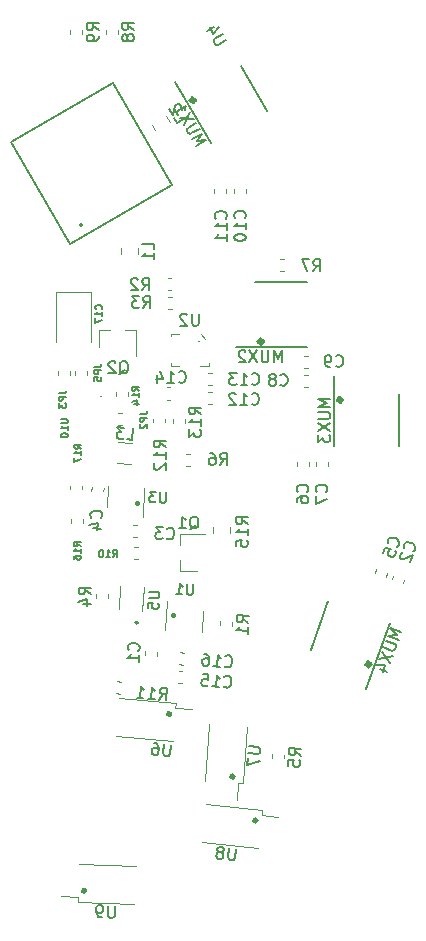
<source format=gbo>
G04 #@! TF.GenerationSoftware,KiCad,Pcbnew,(5.0.0)*
G04 #@! TF.CreationDate,2020-01-29T13:44:41+01:00*
G04 #@! TF.ProjectId,Insole_PCB,496E736F6C655F5043422E6B69636164,rev?*
G04 #@! TF.SameCoordinates,Original*
G04 #@! TF.FileFunction,Legend,Bot*
G04 #@! TF.FilePolarity,Positive*
%FSLAX46Y46*%
G04 Gerber Fmt 4.6, Leading zero omitted, Abs format (unit mm)*
G04 Created by KiCad (PCBNEW (5.0.0)) date 01/29/20 13:44:41*
%MOMM*%
%LPD*%
G01*
G04 APERTURE LIST*
%ADD10C,0.200000*%
%ADD11C,0.100000*%
%ADD12C,0.120000*%
%ADD13C,0.400000*%
%ADD14C,0.150000*%
%ADD15C,0.300000*%
G04 APERTURE END LIST*
D10*
G04 #@! TO.C,U2*
X196549453Y-166460707D02*
G75*
G03X196549453Y-166460707I0J0D01*
G01*
D11*
X194149453Y-165860707D02*
X194149453Y-166080707D01*
X194869453Y-165860707D02*
X194149453Y-165860707D01*
X194149453Y-168560707D02*
X194869453Y-168560707D01*
X194149453Y-168340707D02*
X194149453Y-168560707D01*
X197349453Y-168560707D02*
X197349453Y-168340707D01*
X197349453Y-168560707D02*
X196629453Y-168560707D01*
X197049453Y-166260707D02*
X196699453Y-165910707D01*
D12*
G04 #@! TO.C,C1*
X192969566Y-192783900D02*
X192946856Y-193108665D01*
X191952050Y-192712749D02*
X191929340Y-193037514D01*
G04 #@! TO.C,C2*
X213934370Y-186682175D02*
X213823023Y-186988099D01*
X212975883Y-186333315D02*
X212864536Y-186639239D01*
G04 #@! TO.C,C3*
X190930206Y-183031489D02*
X191255318Y-183048527D01*
X190983588Y-182012887D02*
X191308700Y-182029925D01*
G04 #@! TO.C,C4*
X188457566Y-178871900D02*
X188434856Y-179196665D01*
X187440050Y-178800749D02*
X187417340Y-179125514D01*
G04 #@! TO.C,C5*
X212484370Y-186132175D02*
X212373023Y-186438099D01*
X211525883Y-185783315D02*
X211414536Y-186089239D01*
G04 #@! TO.C,C6*
X204839453Y-177060986D02*
X204839453Y-176735428D01*
X205859453Y-177060986D02*
X205859453Y-176735428D01*
G04 #@! TO.C,C7*
X206439453Y-177073486D02*
X206439453Y-176747928D01*
X207459453Y-177073486D02*
X207459453Y-176747928D01*
G04 #@! TO.C,C8*
X205399174Y-169300707D02*
X205724732Y-169300707D01*
X205399174Y-170320707D02*
X205724732Y-170320707D01*
G04 #@! TO.C,C9*
X205399174Y-167700707D02*
X205724732Y-167700707D01*
X205399174Y-168720707D02*
X205724732Y-168720707D01*
G04 #@! TO.C,C10*
X199464453Y-153935986D02*
X199464453Y-153610428D01*
X200484453Y-153935986D02*
X200484453Y-153610428D01*
G04 #@! TO.C,C11*
X197839453Y-153948486D02*
X197839453Y-153622928D01*
X198859453Y-153948486D02*
X198859453Y-153622928D01*
G04 #@! TO.C,C12*
X197599732Y-171820707D02*
X197274174Y-171820707D01*
X197599732Y-170800707D02*
X197274174Y-170800707D01*
G04 #@! TO.C,C13*
X197599732Y-170220707D02*
X197274174Y-170220707D01*
X197599732Y-169200707D02*
X197274174Y-169200707D01*
G04 #@! TO.C,C14*
X193786674Y-170400707D02*
X194112232Y-170400707D01*
X193786674Y-171420707D02*
X194112232Y-171420707D01*
G04 #@! TO.C,L1*
X189909453Y-159116959D02*
X189909453Y-158594455D01*
X191329453Y-159116959D02*
X191329453Y-158594455D01*
G04 #@! TO.C,L2*
X192815201Y-148601958D02*
X192553949Y-148149456D01*
X194044957Y-147891958D02*
X193783705Y-147439456D01*
D13*
G04 #@! TO.C,MUX1*
X196165709Y-146088464D02*
G75*
G03X196165709Y-146088464I-158114J0D01*
G01*
D14*
X194537082Y-144541461D02*
X197524582Y-149715963D01*
X200109372Y-143142951D02*
X202309372Y-146953463D01*
D13*
G04 #@! TO.C,MUX2*
X201907567Y-166510707D02*
G75*
G03X201907567Y-166510707I-158114J0D01*
G01*
D14*
X199674453Y-167010707D02*
X205649453Y-167010707D01*
X201249453Y-161485707D02*
X205649453Y-161485707D01*
D13*
G04 #@! TO.C,MUX3*
X208607567Y-171460707D02*
G75*
G03X208607567Y-171460707I-158114J0D01*
G01*
D14*
X207949453Y-169385707D02*
X207949453Y-175360707D01*
X213474453Y-170960707D02*
X213474453Y-175360707D01*
D13*
G04 #@! TO.C,MUX4*
X211037426Y-193844831D02*
G75*
G03X211037426Y-193844831I-158114J0D01*
G01*
D14*
X210639466Y-195965703D02*
X212683037Y-190351040D01*
X205986346Y-192596026D02*
X207491235Y-188461378D01*
D12*
G04 #@! TO.C,Q2*
X188069453Y-165550707D02*
X188069453Y-167010707D01*
X191229453Y-165550707D02*
X191229453Y-167710707D01*
X191229453Y-165550707D02*
X190299453Y-165550707D01*
X188069453Y-165550707D02*
X188999453Y-165550707D01*
G04 #@! TO.C,R1*
X198312848Y-190530151D02*
X198329886Y-190205039D01*
X199331450Y-190583533D02*
X199348488Y-190258421D01*
G04 #@! TO.C,R2*
X193874174Y-161100707D02*
X194199732Y-161100707D01*
X193874174Y-162120707D02*
X194199732Y-162120707D01*
G04 #@! TO.C,R3*
X193886674Y-162700707D02*
X194212232Y-162700707D01*
X193886674Y-163720707D02*
X194212232Y-163720707D01*
G04 #@! TO.C,R4*
X188849453Y-187917928D02*
X188849453Y-188243486D01*
X187829453Y-187917928D02*
X187829453Y-188243486D01*
G04 #@! TO.C,R5*
X202729340Y-201737514D02*
X202752050Y-201412749D01*
X203746856Y-201808665D02*
X203769566Y-201483900D01*
G04 #@! TO.C,R6*
X195474174Y-176000707D02*
X195799732Y-176000707D01*
X195474174Y-177020707D02*
X195799732Y-177020707D01*
G04 #@! TO.C,R7*
X203386674Y-159550707D02*
X203712232Y-159550707D01*
X203386674Y-160570707D02*
X203712232Y-160570707D01*
G04 #@! TO.C,R8*
X188639453Y-140460986D02*
X188639453Y-140135428D01*
X189659453Y-140460986D02*
X189659453Y-140135428D01*
G04 #@! TO.C,R9*
X185639453Y-140473486D02*
X185639453Y-140147928D01*
X186659453Y-140473486D02*
X186659453Y-140147928D01*
G04 #@! TO.C,R10*
X191021174Y-183942707D02*
X191346732Y-183942707D01*
X191021174Y-184962707D02*
X191346732Y-184962707D01*
G04 #@! TO.C,R11*
X189851666Y-196332953D02*
X189527347Y-196304579D01*
X189940565Y-195316835D02*
X189616246Y-195288461D01*
G04 #@! TO.C,R12*
X192639453Y-173360986D02*
X192639453Y-173035428D01*
X193659453Y-173360986D02*
X193659453Y-173035428D01*
G04 #@! TO.C,R13*
X195359453Y-173047928D02*
X195359453Y-173373486D01*
X194339453Y-173047928D02*
X194339453Y-173373486D01*
G04 #@! TO.C,R14*
X189539453Y-171085986D02*
X189539453Y-170760428D01*
X190559453Y-171085986D02*
X190559453Y-170760428D01*
D13*
G04 #@! TO.C,U1*
X194321689Y-189661536D02*
G75*
G03X194321689Y-189661536I0J0D01*
G01*
D12*
X193695467Y-190910474D02*
X193822643Y-188483804D01*
X196853371Y-189313557D02*
X196761259Y-191071145D01*
D13*
G04 #@! TO.C,U3*
X191257217Y-180189878D02*
G75*
G03X191257217Y-180189878I0J0D01*
G01*
D12*
X191883439Y-178940940D02*
X191756263Y-181367610D01*
X188725535Y-180537857D02*
X188817647Y-178780269D01*
D15*
G04 #@! TO.C,U4*
X186575929Y-156638014D02*
G75*
G03X186575929Y-156638014I0J0D01*
G01*
D14*
X194282241Y-153285738D02*
X185621987Y-158285738D01*
X189282241Y-144625484D02*
X194282241Y-153285738D01*
X180621987Y-149625484D02*
X189282241Y-144625484D01*
X185621987Y-158285738D02*
X180621987Y-149625484D01*
D10*
G04 #@! TO.C,U5*
X191358234Y-190304665D02*
G75*
G02X191158722Y-190290713I-99756J6976D01*
G01*
X191158721Y-190290713D02*
G75*
G02X191358235Y-190304665I99757J-6976D01*
G01*
X191158722Y-190290713D02*
X191158722Y-190290713D01*
X191358235Y-190304665D02*
X191358235Y-190304665D01*
D11*
X189871645Y-187193386D02*
X189732132Y-189188515D01*
X191866774Y-187332899D02*
X191727261Y-189328028D01*
D13*
G04 #@! TO.C,U6*
X194069584Y-198028776D02*
G75*
G03X194069584Y-198028776I-70710J0D01*
G01*
D12*
X194300000Y-200323754D02*
X189518265Y-199905407D01*
X194578898Y-197135931D02*
X189797163Y-196717584D01*
X194544036Y-197534409D02*
X195938708Y-197656427D01*
X194578898Y-197135931D02*
X194544036Y-197534409D01*
D13*
G04 #@! TO.C,U7*
X199436042Y-203351420D02*
G75*
G03X199436042Y-203351420I-70710J0D01*
G01*
D12*
X197075959Y-203692553D02*
X197410790Y-198904245D01*
X200268164Y-203915774D02*
X200602995Y-199127466D01*
X199869139Y-203887871D02*
X199771480Y-205284461D01*
X200268164Y-203915774D02*
X199869139Y-203887871D01*
D13*
G04 #@! TO.C,U8*
X201377698Y-207062872D02*
G75*
G03X201377698Y-207062872I-70710J0D01*
G01*
D12*
X201568015Y-209362756D02*
X196794310Y-208861019D01*
X201902506Y-206180285D02*
X197128801Y-205678549D01*
X201860694Y-206578094D02*
X203253025Y-206724434D01*
X201902506Y-206180285D02*
X201860694Y-206578094D01*
D13*
G04 #@! TO.C,U9*
X186868637Y-213004002D02*
G75*
G03X186868637Y-213004002I-70711J0D01*
G01*
D12*
X186377103Y-210727929D02*
X191174179Y-210895447D01*
X186265425Y-213925980D02*
X191062501Y-214093497D01*
X186279385Y-213526223D02*
X184880237Y-213477364D01*
X186265425Y-213925980D02*
X186279385Y-213526223D01*
G04 #@! TO.C,C15*
X194808228Y-194395527D02*
X195132993Y-194418237D01*
X194737077Y-195413043D02*
X195061842Y-195435753D01*
G04 #@! TO.C,C16*
X194927647Y-192825593D02*
X195252412Y-192848303D01*
X194856496Y-193843109D02*
X195181261Y-193865819D01*
G04 #@! TO.C,C17*
X184389453Y-166550707D02*
X184389453Y-162340707D01*
X184389453Y-162340707D02*
X187409453Y-162340707D01*
X187409453Y-162340707D02*
X187409453Y-166550707D01*
G04 #@! TO.C,L3*
X190872318Y-175073464D02*
X189669840Y-175010445D01*
X190777066Y-176890969D02*
X189574588Y-176827950D01*
G04 #@! TO.C,Q1*
X194889453Y-185950707D02*
X194889453Y-185020707D01*
X194889453Y-182790707D02*
X194889453Y-183720707D01*
X194889453Y-182790707D02*
X197049453Y-182790707D01*
X194889453Y-185950707D02*
X196349453Y-185950707D01*
G04 #@! TO.C,R15*
X197729453Y-182174629D02*
X197729453Y-182691785D01*
X199149453Y-182174629D02*
X199149453Y-182691785D01*
G04 #@! TO.C,JP2*
X189982232Y-172540707D02*
X189656674Y-172540707D01*
X189982232Y-173560707D02*
X189656674Y-173560707D01*
G04 #@! TO.C,JP3*
X185589453Y-169303486D02*
X185589453Y-168977928D01*
X184569453Y-169303486D02*
X184569453Y-168977928D01*
G04 #@! TO.C,JP5*
X186059453Y-169323486D02*
X186059453Y-168997928D01*
X187079453Y-169323486D02*
X187079453Y-168997928D01*
G04 #@! TO.C,R16*
X185659453Y-181567928D02*
X185659453Y-181893486D01*
X186679453Y-181567928D02*
X186679453Y-181893486D01*
G04 #@! TO.C,R17*
X185649453Y-179033486D02*
X185649453Y-178707928D01*
X186669453Y-179033486D02*
X186669453Y-178707928D01*
D10*
G04 #@! TO.C,U10*
X188233453Y-171138707D02*
G75*
G03X188233453Y-171138707I-25000J0D01*
G01*
G04 #@! TO.C,U2*
D14*
X196511357Y-164163087D02*
X196511357Y-164972611D01*
X196463738Y-165067849D01*
X196416119Y-165115468D01*
X196320881Y-165163087D01*
X196130405Y-165163087D01*
X196035167Y-165115468D01*
X195987548Y-165067849D01*
X195939929Y-164972611D01*
X195939929Y-164163087D01*
X195511357Y-164258326D02*
X195463738Y-164210707D01*
X195368500Y-164163087D01*
X195130405Y-164163087D01*
X195035167Y-164210707D01*
X194987548Y-164258326D01*
X194939929Y-164353564D01*
X194939929Y-164448802D01*
X194987548Y-164591659D01*
X195558976Y-165163087D01*
X194939929Y-165163087D01*
G04 #@! TO.C,C1*
X191390834Y-192669607D02*
X191441659Y-192625426D01*
X191499128Y-192486238D01*
X191505771Y-192391232D01*
X191468233Y-192245401D01*
X191379871Y-192143752D01*
X191288186Y-192089605D01*
X191101496Y-192028815D01*
X190958987Y-192018850D01*
X190765653Y-192053066D01*
X190667325Y-192093926D01*
X190565675Y-192182288D01*
X190508207Y-192321476D01*
X190501563Y-192416482D01*
X190539101Y-192562313D01*
X190583283Y-192613137D01*
X191419406Y-193626311D02*
X191459267Y-193056275D01*
X191439336Y-193341293D02*
X190441772Y-193271537D01*
X190590925Y-193186496D01*
X190692574Y-193098133D01*
X190746721Y-193006449D01*
G04 #@! TO.C,C2*
X214642060Y-184276241D02*
X214703094Y-184247781D01*
X214796702Y-184129825D01*
X214829275Y-184040331D01*
X214833388Y-183889802D01*
X214776467Y-183767734D01*
X214703259Y-183690414D01*
X214540556Y-183580520D01*
X214406314Y-183531660D01*
X214211039Y-183511260D01*
X214105257Y-183523434D01*
X213983190Y-183580356D01*
X213889582Y-183698311D01*
X213857009Y-183787805D01*
X213852896Y-183938334D01*
X213881357Y-183999368D01*
X213751063Y-184357346D02*
X213690029Y-184385806D01*
X213612709Y-184459014D01*
X213531276Y-184682751D01*
X213543449Y-184788532D01*
X213571910Y-184849566D01*
X213645118Y-184926886D01*
X213734612Y-184959460D01*
X213885141Y-184963572D01*
X214617548Y-184622045D01*
X214405821Y-185203760D01*
G04 #@! TO.C,C3*
X193787199Y-183156083D02*
X193832261Y-183206129D01*
X193972430Y-183261159D01*
X194067538Y-183266143D01*
X194212691Y-183226066D01*
X194312783Y-183135943D01*
X194365321Y-183043327D01*
X194422844Y-182855605D01*
X194430320Y-182712943D01*
X194392735Y-182520236D01*
X194350166Y-182422636D01*
X194260043Y-182322544D01*
X194119874Y-182267514D01*
X194024766Y-182262529D01*
X193879613Y-182302607D01*
X193829567Y-182347668D01*
X193501674Y-182235115D02*
X192883475Y-182202717D01*
X193196414Y-182600592D01*
X193053753Y-182593116D01*
X192956153Y-182635685D01*
X192906107Y-182680747D01*
X192853569Y-182773362D01*
X192841108Y-183011131D01*
X192883677Y-183108731D01*
X192928739Y-183158777D01*
X193021354Y-183211315D01*
X193306677Y-183226268D01*
X193404277Y-183183699D01*
X193454323Y-183138637D01*
G04 #@! TO.C,C4*
X188227351Y-181479359D02*
X188278176Y-181435178D01*
X188335645Y-181295990D01*
X188342288Y-181200984D01*
X188304750Y-181055153D01*
X188216388Y-180953504D01*
X188124703Y-180899357D01*
X187938013Y-180838567D01*
X187795504Y-180828602D01*
X187602170Y-180862818D01*
X187503842Y-180903678D01*
X187402192Y-180992040D01*
X187344724Y-181131228D01*
X187338080Y-181226234D01*
X187375618Y-181372065D01*
X187419800Y-181422889D01*
X187597524Y-182294553D02*
X188262566Y-182341057D01*
X187234108Y-182030464D02*
X187963262Y-181842775D01*
X187920080Y-182460314D01*
G04 #@! TO.C,C5*
X213292060Y-183876241D02*
X213353094Y-183847781D01*
X213446702Y-183729825D01*
X213479275Y-183640331D01*
X213483388Y-183489802D01*
X213426467Y-183367734D01*
X213353259Y-183290414D01*
X213190556Y-183180520D01*
X213056314Y-183131660D01*
X212861039Y-183111260D01*
X212755257Y-183123434D01*
X212633190Y-183180356D01*
X212539582Y-183298311D01*
X212507009Y-183387805D01*
X212502896Y-183538334D01*
X212531357Y-183599368D01*
X212132415Y-184416992D02*
X212295282Y-183969520D01*
X212759042Y-184087639D01*
X212698008Y-184116100D01*
X212620687Y-184189308D01*
X212539254Y-184413044D01*
X212551428Y-184518825D01*
X212579888Y-184579859D01*
X212653096Y-184657180D01*
X212876832Y-184738613D01*
X212982614Y-184726439D01*
X213043648Y-184697979D01*
X213120968Y-184624771D01*
X213202401Y-184401034D01*
X213190228Y-184295253D01*
X213161767Y-184234219D01*
G04 #@! TO.C,C6*
X205706595Y-179244040D02*
X205754214Y-179196421D01*
X205801833Y-179053564D01*
X205801833Y-178958326D01*
X205754214Y-178815468D01*
X205658976Y-178720230D01*
X205563738Y-178672611D01*
X205373262Y-178624992D01*
X205230405Y-178624992D01*
X205039929Y-178672611D01*
X204944691Y-178720230D01*
X204849453Y-178815468D01*
X204801833Y-178958326D01*
X204801833Y-179053564D01*
X204849453Y-179196421D01*
X204897072Y-179244040D01*
X204801833Y-180101183D02*
X204801833Y-179910707D01*
X204849453Y-179815468D01*
X204897072Y-179767849D01*
X205039929Y-179672611D01*
X205230405Y-179624992D01*
X205611357Y-179624992D01*
X205706595Y-179672611D01*
X205754214Y-179720230D01*
X205801833Y-179815468D01*
X205801833Y-180005945D01*
X205754214Y-180101183D01*
X205706595Y-180148802D01*
X205611357Y-180196421D01*
X205373262Y-180196421D01*
X205278024Y-180148802D01*
X205230405Y-180101183D01*
X205182786Y-180005945D01*
X205182786Y-179815468D01*
X205230405Y-179720230D01*
X205278024Y-179672611D01*
X205373262Y-179624992D01*
G04 #@! TO.C,C7*
X207306595Y-179244040D02*
X207354214Y-179196421D01*
X207401833Y-179053564D01*
X207401833Y-178958326D01*
X207354214Y-178815468D01*
X207258976Y-178720230D01*
X207163738Y-178672611D01*
X206973262Y-178624992D01*
X206830405Y-178624992D01*
X206639929Y-178672611D01*
X206544691Y-178720230D01*
X206449453Y-178815468D01*
X206401833Y-178958326D01*
X206401833Y-179053564D01*
X206449453Y-179196421D01*
X206497072Y-179244040D01*
X206401833Y-179577373D02*
X206401833Y-180244040D01*
X207401833Y-179815468D01*
G04 #@! TO.C,C8*
X203416119Y-170167849D02*
X203463738Y-170215468D01*
X203606595Y-170263087D01*
X203701833Y-170263087D01*
X203844691Y-170215468D01*
X203939929Y-170120230D01*
X203987548Y-170024992D01*
X204035167Y-169834516D01*
X204035167Y-169691659D01*
X203987548Y-169501183D01*
X203939929Y-169405945D01*
X203844691Y-169310707D01*
X203701833Y-169263087D01*
X203606595Y-169263087D01*
X203463738Y-169310707D01*
X203416119Y-169358326D01*
X202844691Y-169691659D02*
X202939929Y-169644040D01*
X202987548Y-169596421D01*
X203035167Y-169501183D01*
X203035167Y-169453564D01*
X202987548Y-169358326D01*
X202939929Y-169310707D01*
X202844691Y-169263087D01*
X202654214Y-169263087D01*
X202558976Y-169310707D01*
X202511357Y-169358326D01*
X202463738Y-169453564D01*
X202463738Y-169501183D01*
X202511357Y-169596421D01*
X202558976Y-169644040D01*
X202654214Y-169691659D01*
X202844691Y-169691659D01*
X202939929Y-169739278D01*
X202987548Y-169786897D01*
X203035167Y-169882135D01*
X203035167Y-170072611D01*
X202987548Y-170167849D01*
X202939929Y-170215468D01*
X202844691Y-170263087D01*
X202654214Y-170263087D01*
X202558976Y-170215468D01*
X202511357Y-170167849D01*
X202463738Y-170072611D01*
X202463738Y-169882135D01*
X202511357Y-169786897D01*
X202558976Y-169739278D01*
X202654214Y-169691659D01*
G04 #@! TO.C,C9*
X208116119Y-168567849D02*
X208163738Y-168615468D01*
X208306595Y-168663087D01*
X208401833Y-168663087D01*
X208544691Y-168615468D01*
X208639929Y-168520230D01*
X208687548Y-168424992D01*
X208735167Y-168234516D01*
X208735167Y-168091659D01*
X208687548Y-167901183D01*
X208639929Y-167805945D01*
X208544691Y-167710707D01*
X208401833Y-167663087D01*
X208306595Y-167663087D01*
X208163738Y-167710707D01*
X208116119Y-167758326D01*
X207639929Y-168663087D02*
X207449453Y-168663087D01*
X207354214Y-168615468D01*
X207306595Y-168567849D01*
X207211357Y-168424992D01*
X207163738Y-168234516D01*
X207163738Y-167853564D01*
X207211357Y-167758326D01*
X207258976Y-167710707D01*
X207354214Y-167663087D01*
X207544691Y-167663087D01*
X207639929Y-167710707D01*
X207687548Y-167758326D01*
X207735167Y-167853564D01*
X207735167Y-168091659D01*
X207687548Y-168186897D01*
X207639929Y-168234516D01*
X207544691Y-168282135D01*
X207354214Y-168282135D01*
X207258976Y-168234516D01*
X207211357Y-168186897D01*
X207163738Y-168091659D01*
G04 #@! TO.C,C10*
X200406595Y-156067849D02*
X200454214Y-156020230D01*
X200501833Y-155877373D01*
X200501833Y-155782135D01*
X200454214Y-155639278D01*
X200358976Y-155544040D01*
X200263738Y-155496421D01*
X200073262Y-155448802D01*
X199930405Y-155448802D01*
X199739929Y-155496421D01*
X199644691Y-155544040D01*
X199549453Y-155639278D01*
X199501833Y-155782135D01*
X199501833Y-155877373D01*
X199549453Y-156020230D01*
X199597072Y-156067849D01*
X200501833Y-157020230D02*
X200501833Y-156448802D01*
X200501833Y-156734516D02*
X199501833Y-156734516D01*
X199644691Y-156639278D01*
X199739929Y-156544040D01*
X199787548Y-156448802D01*
X199501833Y-157639278D02*
X199501833Y-157734516D01*
X199549453Y-157829754D01*
X199597072Y-157877373D01*
X199692310Y-157924992D01*
X199882786Y-157972611D01*
X200120881Y-157972611D01*
X200311357Y-157924992D01*
X200406595Y-157877373D01*
X200454214Y-157829754D01*
X200501833Y-157734516D01*
X200501833Y-157639278D01*
X200454214Y-157544040D01*
X200406595Y-157496421D01*
X200311357Y-157448802D01*
X200120881Y-157401183D01*
X199882786Y-157401183D01*
X199692310Y-157448802D01*
X199597072Y-157496421D01*
X199549453Y-157544040D01*
X199501833Y-157639278D01*
G04 #@! TO.C,C11*
X198781595Y-156092849D02*
X198829214Y-156045230D01*
X198876833Y-155902373D01*
X198876833Y-155807135D01*
X198829214Y-155664278D01*
X198733976Y-155569040D01*
X198638738Y-155521421D01*
X198448262Y-155473802D01*
X198305405Y-155473802D01*
X198114929Y-155521421D01*
X198019691Y-155569040D01*
X197924453Y-155664278D01*
X197876833Y-155807135D01*
X197876833Y-155902373D01*
X197924453Y-156045230D01*
X197972072Y-156092849D01*
X198876833Y-157045230D02*
X198876833Y-156473802D01*
X198876833Y-156759516D02*
X197876833Y-156759516D01*
X198019691Y-156664278D01*
X198114929Y-156569040D01*
X198162548Y-156473802D01*
X198876833Y-157997611D02*
X198876833Y-157426183D01*
X198876833Y-157711897D02*
X197876833Y-157711897D01*
X198019691Y-157616659D01*
X198114929Y-157521421D01*
X198162548Y-157426183D01*
G04 #@! TO.C,C12*
X200992310Y-171767849D02*
X201039929Y-171815468D01*
X201182786Y-171863087D01*
X201278024Y-171863087D01*
X201420881Y-171815468D01*
X201516119Y-171720230D01*
X201563738Y-171624992D01*
X201611357Y-171434516D01*
X201611357Y-171291659D01*
X201563738Y-171101183D01*
X201516119Y-171005945D01*
X201420881Y-170910707D01*
X201278024Y-170863087D01*
X201182786Y-170863087D01*
X201039929Y-170910707D01*
X200992310Y-170958326D01*
X200039929Y-171863087D02*
X200611357Y-171863087D01*
X200325643Y-171863087D02*
X200325643Y-170863087D01*
X200420881Y-171005945D01*
X200516119Y-171101183D01*
X200611357Y-171148802D01*
X199658976Y-170958326D02*
X199611357Y-170910707D01*
X199516119Y-170863087D01*
X199278024Y-170863087D01*
X199182786Y-170910707D01*
X199135167Y-170958326D01*
X199087548Y-171053564D01*
X199087548Y-171148802D01*
X199135167Y-171291659D01*
X199706595Y-171863087D01*
X199087548Y-171863087D01*
G04 #@! TO.C,C13*
X201002310Y-170097849D02*
X201049929Y-170145468D01*
X201192786Y-170193087D01*
X201288024Y-170193087D01*
X201430881Y-170145468D01*
X201526119Y-170050230D01*
X201573738Y-169954992D01*
X201621357Y-169764516D01*
X201621357Y-169621659D01*
X201573738Y-169431183D01*
X201526119Y-169335945D01*
X201430881Y-169240707D01*
X201288024Y-169193087D01*
X201192786Y-169193087D01*
X201049929Y-169240707D01*
X201002310Y-169288326D01*
X200049929Y-170193087D02*
X200621357Y-170193087D01*
X200335643Y-170193087D02*
X200335643Y-169193087D01*
X200430881Y-169335945D01*
X200526119Y-169431183D01*
X200621357Y-169478802D01*
X199716595Y-169193087D02*
X199097548Y-169193087D01*
X199430881Y-169574040D01*
X199288024Y-169574040D01*
X199192786Y-169621659D01*
X199145167Y-169669278D01*
X199097548Y-169764516D01*
X199097548Y-170002611D01*
X199145167Y-170097849D01*
X199192786Y-170145468D01*
X199288024Y-170193087D01*
X199573738Y-170193087D01*
X199668976Y-170145468D01*
X199716595Y-170097849D01*
G04 #@! TO.C,C14*
X194812310Y-169917849D02*
X194859929Y-169965468D01*
X195002786Y-170013087D01*
X195098024Y-170013087D01*
X195240881Y-169965468D01*
X195336119Y-169870230D01*
X195383738Y-169774992D01*
X195431357Y-169584516D01*
X195431357Y-169441659D01*
X195383738Y-169251183D01*
X195336119Y-169155945D01*
X195240881Y-169060707D01*
X195098024Y-169013087D01*
X195002786Y-169013087D01*
X194859929Y-169060707D01*
X194812310Y-169108326D01*
X193859929Y-170013087D02*
X194431357Y-170013087D01*
X194145643Y-170013087D02*
X194145643Y-169013087D01*
X194240881Y-169155945D01*
X194336119Y-169251183D01*
X194431357Y-169298802D01*
X193002786Y-169346421D02*
X193002786Y-170013087D01*
X193240881Y-168965468D02*
X193478976Y-169679754D01*
X192859929Y-169679754D01*
G04 #@! TO.C,L1*
X192721833Y-158689040D02*
X192721833Y-158212849D01*
X191721833Y-158212849D01*
X192721833Y-159546183D02*
X192721833Y-158974754D01*
X192721833Y-159260468D02*
X191721833Y-159260468D01*
X191864691Y-159165230D01*
X191959929Y-159069992D01*
X192007548Y-158974754D01*
G04 #@! TO.C,L2*
X194419954Y-147566235D02*
X194658050Y-147978628D01*
X195524075Y-147478628D01*
X195060644Y-146866418D02*
X195078074Y-146801369D01*
X195071694Y-146695081D01*
X194952647Y-146488884D01*
X194863788Y-146430215D01*
X194798739Y-146412785D01*
X194692451Y-146419165D01*
X194609973Y-146466784D01*
X194510064Y-146579452D01*
X194300907Y-147360038D01*
X193991383Y-146823927D01*
G04 #@! TO.C,MUX1*
X196288051Y-149978991D02*
X197154076Y-149478991D01*
X196368820Y-149547458D01*
X196820743Y-148901640D01*
X195954718Y-149401640D01*
X196582648Y-148489247D02*
X195881580Y-148894009D01*
X195775292Y-148900389D01*
X195710243Y-148882959D01*
X195621384Y-148824290D01*
X195526146Y-148659333D01*
X195519767Y-148553045D01*
X195537196Y-148487996D01*
X195595865Y-148399137D01*
X196296934Y-147994376D01*
X196106457Y-147664461D02*
X194907099Y-147587111D01*
X195773124Y-147087111D02*
X195240432Y-148164461D01*
X194454718Y-146803564D02*
X194740432Y-147298436D01*
X194597575Y-147051000D02*
X195463600Y-146551000D01*
X195387501Y-146704907D01*
X195352642Y-146835005D01*
X195359022Y-146941293D01*
G04 #@! TO.C,MUX2*
X203558976Y-168263087D02*
X203558976Y-167263087D01*
X203225643Y-167977373D01*
X202892310Y-167263087D01*
X202892310Y-168263087D01*
X202416119Y-167263087D02*
X202416119Y-168072611D01*
X202368500Y-168167849D01*
X202320881Y-168215468D01*
X202225643Y-168263087D01*
X202035167Y-168263087D01*
X201939929Y-168215468D01*
X201892310Y-168167849D01*
X201844691Y-168072611D01*
X201844691Y-167263087D01*
X201463738Y-167263087D02*
X200797072Y-168263087D01*
X200797072Y-167263087D02*
X201463738Y-168263087D01*
X200463738Y-167358326D02*
X200416119Y-167310707D01*
X200320881Y-167263087D01*
X200082786Y-167263087D01*
X199987548Y-167310707D01*
X199939929Y-167358326D01*
X199892310Y-167453564D01*
X199892310Y-167548802D01*
X199939929Y-167691659D01*
X200511357Y-168263087D01*
X199892310Y-168263087D01*
G04 #@! TO.C,MUX3*
X207651833Y-171351183D02*
X206651833Y-171351183D01*
X207366119Y-171684516D01*
X206651833Y-172017849D01*
X207651833Y-172017849D01*
X206651833Y-172494040D02*
X207461357Y-172494040D01*
X207556595Y-172541659D01*
X207604214Y-172589278D01*
X207651833Y-172684516D01*
X207651833Y-172874992D01*
X207604214Y-172970230D01*
X207556595Y-173017849D01*
X207461357Y-173065468D01*
X206651833Y-173065468D01*
X206651833Y-173446421D02*
X207651833Y-174113087D01*
X206651833Y-174113087D02*
X207651833Y-173446421D01*
X206651833Y-174398802D02*
X206651833Y-175017849D01*
X207032786Y-174684516D01*
X207032786Y-174827373D01*
X207080405Y-174922611D01*
X207128024Y-174970230D01*
X207223262Y-175017849D01*
X207461357Y-175017849D01*
X207556595Y-174970230D01*
X207604214Y-174922611D01*
X207651833Y-174827373D01*
X207651833Y-174541659D01*
X207604214Y-174446421D01*
X207556595Y-174398802D01*
G04 #@! TO.C,MUX4*
X213679354Y-191129206D02*
X212739662Y-190787186D01*
X213296864Y-191344717D01*
X212511648Y-191413647D01*
X213451341Y-191755667D01*
X212348781Y-191861120D02*
X213109485Y-192137993D01*
X213182693Y-192215314D01*
X213211153Y-192276348D01*
X213223327Y-192382129D01*
X213158181Y-192561118D01*
X213080860Y-192634326D01*
X213019826Y-192662787D01*
X212914045Y-192674961D01*
X212153341Y-192398087D01*
X212023048Y-192756065D02*
X212734727Y-193724547D01*
X211795034Y-193382527D02*
X212962741Y-193098086D01*
X211831392Y-194257237D02*
X212457854Y-194485251D01*
X211554847Y-193903208D02*
X212307489Y-193923771D01*
X212095763Y-194505486D01*
G04 #@! TO.C,Q2*
X189774691Y-169288326D02*
X189869929Y-169240707D01*
X189965167Y-169145468D01*
X190108024Y-169002611D01*
X190203262Y-168954992D01*
X190298500Y-168954992D01*
X190250881Y-169193087D02*
X190346119Y-169145468D01*
X190441357Y-169050230D01*
X190488976Y-168859754D01*
X190488976Y-168526421D01*
X190441357Y-168335945D01*
X190346119Y-168240707D01*
X190250881Y-168193087D01*
X190060405Y-168193087D01*
X189965167Y-168240707D01*
X189869929Y-168335945D01*
X189822310Y-168526421D01*
X189822310Y-168859754D01*
X189869929Y-169050230D01*
X189965167Y-169145468D01*
X190060405Y-169193087D01*
X190250881Y-169193087D01*
X189441357Y-168288326D02*
X189393738Y-168240707D01*
X189298500Y-168193087D01*
X189060405Y-168193087D01*
X188965167Y-168240707D01*
X188917548Y-168288326D01*
X188869929Y-168383564D01*
X188869929Y-168478802D01*
X188917548Y-168621659D01*
X189488976Y-169193087D01*
X188869929Y-169193087D01*
G04 #@! TO.C,R1*
X200719191Y-190326363D02*
X200261099Y-189968565D01*
X200749097Y-189755718D02*
X199750468Y-189703382D01*
X199730530Y-190083812D01*
X199773100Y-190181412D01*
X199818161Y-190231458D01*
X199910777Y-190283996D01*
X200053438Y-190291472D01*
X200151038Y-190248903D01*
X200201084Y-190203841D01*
X200253622Y-190111226D01*
X200273560Y-189730796D01*
X200669347Y-191277439D02*
X200699254Y-190706793D01*
X200684301Y-190992116D02*
X199685671Y-190939780D01*
X199833317Y-190852149D01*
X199933409Y-190762026D01*
X199985947Y-190669411D01*
G04 #@! TO.C,R2*
X191716119Y-162163087D02*
X192049453Y-161686897D01*
X192287548Y-162163087D02*
X192287548Y-161163087D01*
X191906595Y-161163087D01*
X191811357Y-161210707D01*
X191763738Y-161258326D01*
X191716119Y-161353564D01*
X191716119Y-161496421D01*
X191763738Y-161591659D01*
X191811357Y-161639278D01*
X191906595Y-161686897D01*
X192287548Y-161686897D01*
X191335167Y-161258326D02*
X191287548Y-161210707D01*
X191192310Y-161163087D01*
X190954214Y-161163087D01*
X190858976Y-161210707D01*
X190811357Y-161258326D01*
X190763738Y-161353564D01*
X190763738Y-161448802D01*
X190811357Y-161591659D01*
X191382786Y-162163087D01*
X190763738Y-162163087D01*
G04 #@! TO.C,R3*
X191816119Y-163663087D02*
X192149453Y-163186897D01*
X192387548Y-163663087D02*
X192387548Y-162663087D01*
X192006595Y-162663087D01*
X191911357Y-162710707D01*
X191863738Y-162758326D01*
X191816119Y-162853564D01*
X191816119Y-162996421D01*
X191863738Y-163091659D01*
X191911357Y-163139278D01*
X192006595Y-163186897D01*
X192387548Y-163186897D01*
X191482786Y-162663087D02*
X190863738Y-162663087D01*
X191197072Y-163044040D01*
X191054214Y-163044040D01*
X190958976Y-163091659D01*
X190911357Y-163139278D01*
X190863738Y-163234516D01*
X190863738Y-163472611D01*
X190911357Y-163567849D01*
X190958976Y-163615468D01*
X191054214Y-163663087D01*
X191339929Y-163663087D01*
X191435167Y-163615468D01*
X191482786Y-163567849D01*
G04 #@! TO.C,R4*
X187361833Y-187914040D02*
X186885643Y-187580707D01*
X187361833Y-187342611D02*
X186361833Y-187342611D01*
X186361833Y-187723564D01*
X186409453Y-187818802D01*
X186457072Y-187866421D01*
X186552310Y-187914040D01*
X186695167Y-187914040D01*
X186790405Y-187866421D01*
X186838024Y-187818802D01*
X186885643Y-187723564D01*
X186885643Y-187342611D01*
X186695167Y-188771183D02*
X187361833Y-188771183D01*
X186314214Y-188533087D02*
X187028500Y-188294992D01*
X187028500Y-188914040D01*
G04 #@! TO.C,R5*
X205138875Y-201575754D02*
X204687096Y-201210016D01*
X205178735Y-201005718D02*
X204181171Y-200935961D01*
X204154597Y-201315986D01*
X204195457Y-201414313D01*
X204239638Y-201465138D01*
X204331323Y-201519285D01*
X204473832Y-201529250D01*
X204572160Y-201488390D01*
X204622984Y-201444209D01*
X204677131Y-201352525D01*
X204703705Y-200972500D01*
X204078198Y-202408556D02*
X204111415Y-201933525D01*
X204589767Y-201919240D01*
X204538942Y-201963421D01*
X204484796Y-202055105D01*
X204468187Y-202292621D01*
X204509047Y-202390948D01*
X204553228Y-202441773D01*
X204644912Y-202495920D01*
X204882428Y-202512528D01*
X204980755Y-202471669D01*
X205031580Y-202427487D01*
X205085727Y-202335803D01*
X205102335Y-202098288D01*
X205061476Y-201999960D01*
X205017295Y-201949135D01*
G04 #@! TO.C,R6*
X198316119Y-176963087D02*
X198649453Y-176486897D01*
X198887548Y-176963087D02*
X198887548Y-175963087D01*
X198506595Y-175963087D01*
X198411357Y-176010707D01*
X198363738Y-176058326D01*
X198316119Y-176153564D01*
X198316119Y-176296421D01*
X198363738Y-176391659D01*
X198411357Y-176439278D01*
X198506595Y-176486897D01*
X198887548Y-176486897D01*
X197458976Y-175963087D02*
X197649453Y-175963087D01*
X197744691Y-176010707D01*
X197792310Y-176058326D01*
X197887548Y-176201183D01*
X197935167Y-176391659D01*
X197935167Y-176772611D01*
X197887548Y-176867849D01*
X197839929Y-176915468D01*
X197744691Y-176963087D01*
X197554214Y-176963087D01*
X197458976Y-176915468D01*
X197411357Y-176867849D01*
X197363738Y-176772611D01*
X197363738Y-176534516D01*
X197411357Y-176439278D01*
X197458976Y-176391659D01*
X197554214Y-176344040D01*
X197744691Y-176344040D01*
X197839929Y-176391659D01*
X197887548Y-176439278D01*
X197935167Y-176534516D01*
G04 #@! TO.C,R7*
X206216119Y-160563087D02*
X206549453Y-160086897D01*
X206787548Y-160563087D02*
X206787548Y-159563087D01*
X206406595Y-159563087D01*
X206311357Y-159610707D01*
X206263738Y-159658326D01*
X206216119Y-159753564D01*
X206216119Y-159896421D01*
X206263738Y-159991659D01*
X206311357Y-160039278D01*
X206406595Y-160086897D01*
X206787548Y-160086897D01*
X205882786Y-159563087D02*
X205216119Y-159563087D01*
X205644691Y-160563087D01*
G04 #@! TO.C,R8*
X191031833Y-140131540D02*
X190555643Y-139798207D01*
X191031833Y-139560111D02*
X190031833Y-139560111D01*
X190031833Y-139941064D01*
X190079453Y-140036302D01*
X190127072Y-140083921D01*
X190222310Y-140131540D01*
X190365167Y-140131540D01*
X190460405Y-140083921D01*
X190508024Y-140036302D01*
X190555643Y-139941064D01*
X190555643Y-139560111D01*
X190460405Y-140702968D02*
X190412786Y-140607730D01*
X190365167Y-140560111D01*
X190269929Y-140512492D01*
X190222310Y-140512492D01*
X190127072Y-140560111D01*
X190079453Y-140607730D01*
X190031833Y-140702968D01*
X190031833Y-140893445D01*
X190079453Y-140988683D01*
X190127072Y-141036302D01*
X190222310Y-141083921D01*
X190269929Y-141083921D01*
X190365167Y-141036302D01*
X190412786Y-140988683D01*
X190460405Y-140893445D01*
X190460405Y-140702968D01*
X190508024Y-140607730D01*
X190555643Y-140560111D01*
X190650881Y-140512492D01*
X190841357Y-140512492D01*
X190936595Y-140560111D01*
X190984214Y-140607730D01*
X191031833Y-140702968D01*
X191031833Y-140893445D01*
X190984214Y-140988683D01*
X190936595Y-141036302D01*
X190841357Y-141083921D01*
X190650881Y-141083921D01*
X190555643Y-141036302D01*
X190508024Y-140988683D01*
X190460405Y-140893445D01*
G04 #@! TO.C,R9*
X188031833Y-140144040D02*
X187555643Y-139810707D01*
X188031833Y-139572611D02*
X187031833Y-139572611D01*
X187031833Y-139953564D01*
X187079453Y-140048802D01*
X187127072Y-140096421D01*
X187222310Y-140144040D01*
X187365167Y-140144040D01*
X187460405Y-140096421D01*
X187508024Y-140048802D01*
X187555643Y-139953564D01*
X187555643Y-139572611D01*
X188031833Y-140620230D02*
X188031833Y-140810707D01*
X187984214Y-140905945D01*
X187936595Y-140953564D01*
X187793738Y-141048802D01*
X187603262Y-141096421D01*
X187222310Y-141096421D01*
X187127072Y-141048802D01*
X187079453Y-141001183D01*
X187031833Y-140905945D01*
X187031833Y-140715468D01*
X187079453Y-140620230D01*
X187127072Y-140572611D01*
X187222310Y-140524992D01*
X187460405Y-140524992D01*
X187555643Y-140572611D01*
X187603262Y-140620230D01*
X187650881Y-140715468D01*
X187650881Y-140905945D01*
X187603262Y-141001183D01*
X187555643Y-141048802D01*
X187460405Y-141096421D01*
G04 #@! TO.C,R10*
X189225167Y-184762135D02*
X189425167Y-184476421D01*
X189568024Y-184762135D02*
X189568024Y-184162135D01*
X189339453Y-184162135D01*
X189282310Y-184190707D01*
X189253738Y-184219278D01*
X189225167Y-184276421D01*
X189225167Y-184362135D01*
X189253738Y-184419278D01*
X189282310Y-184447849D01*
X189339453Y-184476421D01*
X189568024Y-184476421D01*
X188653738Y-184762135D02*
X188996595Y-184762135D01*
X188825167Y-184762135D02*
X188825167Y-184162135D01*
X188882310Y-184247849D01*
X188939453Y-184304992D01*
X188996595Y-184333564D01*
X188282310Y-184162135D02*
X188225167Y-184162135D01*
X188168024Y-184190707D01*
X188139453Y-184219278D01*
X188110881Y-184276421D01*
X188082310Y-184390707D01*
X188082310Y-184533564D01*
X188110881Y-184647849D01*
X188139453Y-184704992D01*
X188168024Y-184733564D01*
X188225167Y-184762135D01*
X188282310Y-184762135D01*
X188339453Y-184733564D01*
X188368024Y-184704992D01*
X188396595Y-184647849D01*
X188425167Y-184533564D01*
X188425167Y-184390707D01*
X188396595Y-184276421D01*
X188368024Y-184219278D01*
X188339453Y-184190707D01*
X188282310Y-184162135D01*
G04 #@! TO.C,R11*
X193150436Y-196817395D02*
X193524003Y-196372068D01*
X193719690Y-196867198D02*
X193806846Y-195871003D01*
X193427343Y-195837801D01*
X193328317Y-195876938D01*
X193276729Y-195920226D01*
X193220990Y-196010951D01*
X193208540Y-196153265D01*
X193247677Y-196252291D01*
X193290964Y-196303879D01*
X193381690Y-196359617D01*
X193761193Y-196392820D01*
X192201679Y-196734389D02*
X192770933Y-196784193D01*
X192486306Y-196759291D02*
X192573462Y-195763096D01*
X192655887Y-195913710D01*
X192742462Y-196016886D01*
X192833187Y-196072625D01*
X191252922Y-196651384D02*
X191822176Y-196701187D01*
X191537549Y-196676285D02*
X191624705Y-195680091D01*
X191707130Y-195830705D01*
X191793705Y-195933881D01*
X191884430Y-195989619D01*
G04 #@! TO.C,R12*
X193701833Y-175467849D02*
X193225643Y-175134516D01*
X193701833Y-174896421D02*
X192701833Y-174896421D01*
X192701833Y-175277373D01*
X192749453Y-175372611D01*
X192797072Y-175420230D01*
X192892310Y-175467849D01*
X193035167Y-175467849D01*
X193130405Y-175420230D01*
X193178024Y-175372611D01*
X193225643Y-175277373D01*
X193225643Y-174896421D01*
X193701833Y-176420230D02*
X193701833Y-175848802D01*
X193701833Y-176134516D02*
X192701833Y-176134516D01*
X192844691Y-176039278D01*
X192939929Y-175944040D01*
X192987548Y-175848802D01*
X192797072Y-176801183D02*
X192749453Y-176848802D01*
X192701833Y-176944040D01*
X192701833Y-177182135D01*
X192749453Y-177277373D01*
X192797072Y-177324992D01*
X192892310Y-177372611D01*
X192987548Y-177372611D01*
X193130405Y-177324992D01*
X193701833Y-176753564D01*
X193701833Y-177372611D01*
G04 #@! TO.C,R13*
X196701833Y-172667849D02*
X196225643Y-172334516D01*
X196701833Y-172096421D02*
X195701833Y-172096421D01*
X195701833Y-172477373D01*
X195749453Y-172572611D01*
X195797072Y-172620230D01*
X195892310Y-172667849D01*
X196035167Y-172667849D01*
X196130405Y-172620230D01*
X196178024Y-172572611D01*
X196225643Y-172477373D01*
X196225643Y-172096421D01*
X196701833Y-173620230D02*
X196701833Y-173048802D01*
X196701833Y-173334516D02*
X195701833Y-173334516D01*
X195844691Y-173239278D01*
X195939929Y-173144040D01*
X195987548Y-173048802D01*
X195701833Y-173953564D02*
X195701833Y-174572611D01*
X196082786Y-174239278D01*
X196082786Y-174382135D01*
X196130405Y-174477373D01*
X196178024Y-174524992D01*
X196273262Y-174572611D01*
X196511357Y-174572611D01*
X196606595Y-174524992D01*
X196654214Y-174477373D01*
X196701833Y-174382135D01*
X196701833Y-174096421D01*
X196654214Y-174001183D01*
X196606595Y-173953564D01*
G04 #@! TO.C,R14*
X191470881Y-170674992D02*
X191185167Y-170474992D01*
X191470881Y-170332135D02*
X190870881Y-170332135D01*
X190870881Y-170560707D01*
X190899453Y-170617849D01*
X190928024Y-170646421D01*
X190985167Y-170674992D01*
X191070881Y-170674992D01*
X191128024Y-170646421D01*
X191156595Y-170617849D01*
X191185167Y-170560707D01*
X191185167Y-170332135D01*
X191470881Y-171246421D02*
X191470881Y-170903564D01*
X191470881Y-171074992D02*
X190870881Y-171074992D01*
X190956595Y-171017849D01*
X191013738Y-170960707D01*
X191042310Y-170903564D01*
X191070881Y-171760707D02*
X191470881Y-171760707D01*
X190842310Y-171617849D02*
X191270881Y-171474992D01*
X191270881Y-171846421D01*
G04 #@! TO.C,U1*
X196060021Y-187054412D02*
X196021891Y-187781985D01*
X195974606Y-187865339D01*
X195929565Y-187905895D01*
X195841725Y-187944207D01*
X195670532Y-187935235D01*
X195587178Y-187887951D01*
X195546622Y-187842909D01*
X195508310Y-187755070D01*
X195546440Y-187027497D01*
X194600571Y-187879161D02*
X195114152Y-187906077D01*
X194857362Y-187892619D02*
X194904464Y-186993852D01*
X194983332Y-187126733D01*
X195064443Y-187216816D01*
X195147797Y-187264100D01*
G04 #@! TO.C,U3*
X193760021Y-179284412D02*
X193721891Y-180011985D01*
X193674606Y-180095339D01*
X193629565Y-180135895D01*
X193541725Y-180174207D01*
X193370532Y-180165235D01*
X193287178Y-180117951D01*
X193246622Y-180072909D01*
X193208310Y-179985070D01*
X193246440Y-179257497D01*
X192904053Y-179239553D02*
X192347674Y-179210394D01*
X192629319Y-179568482D01*
X192500924Y-179561753D01*
X192413084Y-179600066D01*
X192368042Y-179640621D01*
X192320758Y-179723975D01*
X192309543Y-179937967D01*
X192347856Y-180025807D01*
X192388411Y-180070848D01*
X192471765Y-180118133D01*
X192728555Y-180131591D01*
X192816395Y-180093278D01*
X192861437Y-180052723D01*
G04 #@! TO.C,U4*
X198832987Y-140972624D02*
X198131919Y-141377386D01*
X198025631Y-141383766D01*
X197960582Y-141366336D01*
X197871723Y-141307667D01*
X197776485Y-141142709D01*
X197770106Y-141036421D01*
X197787535Y-140971372D01*
X197846204Y-140882514D01*
X198547273Y-140477752D01*
X197806217Y-139860872D02*
X197228866Y-140194205D01*
X198255179Y-139876592D02*
X197755637Y-140439932D01*
X197446113Y-139903821D01*
G04 #@! TO.C,U5*
X192305629Y-187692279D02*
X193032426Y-187743101D01*
X193114942Y-187791833D01*
X193154705Y-187837575D01*
X193191478Y-187926070D01*
X193179520Y-188097081D01*
X193130788Y-188179597D01*
X193085046Y-188219360D01*
X192996551Y-188256134D01*
X192269754Y-188205312D01*
X192209963Y-189060366D02*
X192239859Y-188632839D01*
X192670376Y-188619982D01*
X192624633Y-188659745D01*
X192575901Y-188742261D01*
X192560954Y-188956025D01*
X192597727Y-189044520D01*
X192637490Y-189090262D01*
X192720006Y-189138994D01*
X192933770Y-189153942D01*
X193022265Y-189117168D01*
X193068007Y-189077405D01*
X193116739Y-188994889D01*
X193131687Y-188781125D01*
X193094913Y-188692630D01*
X193055150Y-188646888D01*
G04 #@! TO.C,U6*
X194156186Y-200631576D02*
X194085631Y-201438019D01*
X194029893Y-201528744D01*
X193978305Y-201572032D01*
X193879279Y-201611169D01*
X193689528Y-201594568D01*
X193598802Y-201538830D01*
X193555515Y-201487242D01*
X193516377Y-201388216D01*
X193586932Y-200581772D01*
X192685613Y-200502917D02*
X192875364Y-200519518D01*
X192966090Y-200575257D01*
X193009377Y-200626845D01*
X193091802Y-200777459D01*
X193122639Y-200971361D01*
X193089437Y-201350863D01*
X193033698Y-201441589D01*
X192982110Y-201484876D01*
X192883084Y-201524014D01*
X192693333Y-201507412D01*
X192602608Y-201451674D01*
X192559320Y-201400086D01*
X192520183Y-201301060D01*
X192540934Y-201063871D01*
X192596672Y-200973145D01*
X192648261Y-200929858D01*
X192747287Y-200890720D01*
X192937038Y-200907322D01*
X193027763Y-200963060D01*
X193071051Y-201014648D01*
X193110188Y-201113674D01*
G04 #@! TO.C,U7*
X200750469Y-200779874D02*
X201558021Y-200836343D01*
X201649705Y-200890490D01*
X201693887Y-200941315D01*
X201734746Y-201039642D01*
X201721459Y-201229655D01*
X201667313Y-201321339D01*
X201616488Y-201365520D01*
X201518160Y-201406380D01*
X200710608Y-201349910D01*
X200684034Y-201729935D02*
X200637530Y-202394977D01*
X201664990Y-202037206D01*
G04 #@! TO.C,U8*
X199664425Y-209445728D02*
X199579807Y-210250817D01*
X199522494Y-210340556D01*
X199470158Y-210382937D01*
X199370464Y-210420340D01*
X199181031Y-210400430D01*
X199091292Y-210343116D01*
X199048912Y-210290781D01*
X199011509Y-210191087D01*
X199096127Y-209385998D01*
X198435673Y-209747513D02*
X198535367Y-209710110D01*
X198587702Y-209667729D01*
X198645016Y-209577991D01*
X198649993Y-209530632D01*
X198612590Y-209430938D01*
X198570209Y-209378603D01*
X198480471Y-209321289D01*
X198291038Y-209301379D01*
X198191344Y-209338782D01*
X198139008Y-209381163D01*
X198081695Y-209470902D01*
X198076717Y-209518260D01*
X198114120Y-209617954D01*
X198156501Y-209670290D01*
X198246240Y-209727603D01*
X198435673Y-209747513D01*
X198525412Y-209804826D01*
X198567792Y-209857162D01*
X198605195Y-209956856D01*
X198585285Y-210146289D01*
X198527972Y-210236028D01*
X198475636Y-210278408D01*
X198375942Y-210315811D01*
X198186509Y-210295901D01*
X198096771Y-210238588D01*
X198054390Y-210186252D01*
X198016987Y-210086558D01*
X198036897Y-209897125D01*
X198094210Y-209807387D01*
X198146546Y-209765006D01*
X198246240Y-209727603D01*
G04 #@! TO.C,U9*
X189416246Y-214298549D02*
X189387994Y-215107580D01*
X189337080Y-215201098D01*
X189287828Y-215247026D01*
X189190986Y-215291292D01*
X189000626Y-215284645D01*
X188907108Y-215233731D01*
X188861180Y-215184479D01*
X188816913Y-215087637D01*
X188845165Y-214278607D01*
X188286775Y-215259717D02*
X188096415Y-215253069D01*
X188002897Y-215202155D01*
X187956969Y-215152903D01*
X187866774Y-215006810D01*
X187825832Y-214814788D01*
X187839127Y-214434067D01*
X187890041Y-214340549D01*
X187939293Y-214294621D01*
X188036135Y-214250355D01*
X188226495Y-214257002D01*
X188320013Y-214307916D01*
X188365941Y-214357168D01*
X188410207Y-214454010D01*
X188401898Y-214691960D01*
X188350984Y-214785478D01*
X188301732Y-214831406D01*
X188204890Y-214875673D01*
X188014530Y-214869025D01*
X187921012Y-214818111D01*
X187875084Y-214768859D01*
X187830818Y-214672017D01*
G04 #@! TO.C,C15*
X198628060Y-195687276D02*
X198672241Y-195738101D01*
X198811428Y-195795569D01*
X198906434Y-195802212D01*
X199052265Y-195764675D01*
X199153915Y-195676312D01*
X199208061Y-195584628D01*
X199268851Y-195397937D01*
X199278817Y-195255428D01*
X199244601Y-195062094D01*
X199203741Y-194963766D01*
X199115378Y-194862117D01*
X198976191Y-194804648D01*
X198881185Y-194798005D01*
X198735354Y-194835543D01*
X198684529Y-194879724D01*
X197671355Y-195715847D02*
X198241392Y-195755708D01*
X197956373Y-195735778D02*
X198026130Y-194738214D01*
X198111171Y-194887366D01*
X198199533Y-194989016D01*
X198291218Y-195043162D01*
X196838554Y-194655170D02*
X197313584Y-194688388D01*
X197327870Y-195166740D01*
X197283689Y-195115915D01*
X197192004Y-195061768D01*
X196954489Y-195045160D01*
X196856161Y-195086019D01*
X196805336Y-195130201D01*
X196751190Y-195221885D01*
X196734581Y-195459400D01*
X196775441Y-195557728D01*
X196819622Y-195608553D01*
X196911306Y-195662699D01*
X197148822Y-195679308D01*
X197247149Y-195638449D01*
X197297974Y-195594267D01*
G04 #@! TO.C,C16*
X198707367Y-193974195D02*
X198751548Y-194025020D01*
X198890735Y-194082488D01*
X198985741Y-194089131D01*
X199131572Y-194051594D01*
X199233222Y-193963231D01*
X199287368Y-193871547D01*
X199348158Y-193684856D01*
X199358124Y-193542347D01*
X199323908Y-193349013D01*
X199283048Y-193250685D01*
X199194685Y-193149036D01*
X199055498Y-193091567D01*
X198960492Y-193084924D01*
X198814661Y-193122462D01*
X198763836Y-193166643D01*
X197750662Y-194002766D02*
X198320699Y-194042627D01*
X198035680Y-194022697D02*
X198105437Y-193025133D01*
X198190478Y-193174285D01*
X198278840Y-193275935D01*
X198370525Y-193330081D01*
X196965364Y-192945411D02*
X197155376Y-192958698D01*
X197247060Y-193012844D01*
X197291242Y-193063669D01*
X197376283Y-193212822D01*
X197410499Y-193406156D01*
X197383925Y-193786180D01*
X197329778Y-193877864D01*
X197278953Y-193922046D01*
X197180626Y-193962905D01*
X196990613Y-193949618D01*
X196898929Y-193895472D01*
X196854748Y-193844647D01*
X196813888Y-193746319D01*
X196830497Y-193508804D01*
X196884643Y-193417120D01*
X196935468Y-193372938D01*
X197033796Y-193332079D01*
X197223808Y-193345366D01*
X197315493Y-193399512D01*
X197359674Y-193450337D01*
X197400533Y-193548665D01*
G04 #@! TO.C,C17*
X188293738Y-163774992D02*
X188322310Y-163746421D01*
X188350881Y-163660707D01*
X188350881Y-163603564D01*
X188322310Y-163517849D01*
X188265167Y-163460707D01*
X188208024Y-163432135D01*
X188093738Y-163403564D01*
X188008024Y-163403564D01*
X187893738Y-163432135D01*
X187836595Y-163460707D01*
X187779453Y-163517849D01*
X187750881Y-163603564D01*
X187750881Y-163660707D01*
X187779453Y-163746421D01*
X187808024Y-163774992D01*
X188350881Y-164346421D02*
X188350881Y-164003564D01*
X188350881Y-164174992D02*
X187750881Y-164174992D01*
X187836595Y-164117849D01*
X187893738Y-164060707D01*
X187922310Y-164003564D01*
X187750881Y-164546421D02*
X187750881Y-164946421D01*
X188350881Y-164689278D01*
G04 #@! TO.C,L3*
X190412215Y-174801190D02*
X190887753Y-174826112D01*
X190940089Y-173827482D01*
X190226782Y-173790100D02*
X189608583Y-173757701D01*
X189921522Y-174155577D01*
X189778860Y-174148100D01*
X189681261Y-174190670D01*
X189631215Y-174235731D01*
X189578676Y-174328347D01*
X189566216Y-174566116D01*
X189608785Y-174663715D01*
X189653847Y-174713761D01*
X189746462Y-174766300D01*
X190031785Y-174781253D01*
X190129384Y-174738683D01*
X190179430Y-174693622D01*
G04 #@! TO.C,Q1*
X195744691Y-182418326D02*
X195839929Y-182370707D01*
X195935167Y-182275468D01*
X196078024Y-182132611D01*
X196173262Y-182084992D01*
X196268500Y-182084992D01*
X196220881Y-182323087D02*
X196316119Y-182275468D01*
X196411357Y-182180230D01*
X196458976Y-181989754D01*
X196458976Y-181656421D01*
X196411357Y-181465945D01*
X196316119Y-181370707D01*
X196220881Y-181323087D01*
X196030405Y-181323087D01*
X195935167Y-181370707D01*
X195839929Y-181465945D01*
X195792310Y-181656421D01*
X195792310Y-181989754D01*
X195839929Y-182180230D01*
X195935167Y-182275468D01*
X196030405Y-182323087D01*
X196220881Y-182323087D01*
X194839929Y-182323087D02*
X195411357Y-182323087D01*
X195125643Y-182323087D02*
X195125643Y-181323087D01*
X195220881Y-181465945D01*
X195316119Y-181561183D01*
X195411357Y-181608802D01*
G04 #@! TO.C,R15*
X200681833Y-181977849D02*
X200205643Y-181644516D01*
X200681833Y-181406421D02*
X199681833Y-181406421D01*
X199681833Y-181787373D01*
X199729453Y-181882611D01*
X199777072Y-181930230D01*
X199872310Y-181977849D01*
X200015167Y-181977849D01*
X200110405Y-181930230D01*
X200158024Y-181882611D01*
X200205643Y-181787373D01*
X200205643Y-181406421D01*
X200681833Y-182930230D02*
X200681833Y-182358802D01*
X200681833Y-182644516D02*
X199681833Y-182644516D01*
X199824691Y-182549278D01*
X199919929Y-182454040D01*
X199967548Y-182358802D01*
X199681833Y-183834992D02*
X199681833Y-183358802D01*
X200158024Y-183311183D01*
X200110405Y-183358802D01*
X200062786Y-183454040D01*
X200062786Y-183692135D01*
X200110405Y-183787373D01*
X200158024Y-183834992D01*
X200253262Y-183882611D01*
X200491357Y-183882611D01*
X200586595Y-183834992D01*
X200634214Y-183787373D01*
X200681833Y-183692135D01*
X200681833Y-183454040D01*
X200634214Y-183358802D01*
X200586595Y-183311183D01*
G04 #@! TO.C,JP2*
X191540881Y-172660707D02*
X191969453Y-172660707D01*
X192055167Y-172632135D01*
X192112310Y-172574992D01*
X192140881Y-172489278D01*
X192140881Y-172432135D01*
X192140881Y-172946421D02*
X191540881Y-172946421D01*
X191540881Y-173174992D01*
X191569453Y-173232135D01*
X191598024Y-173260707D01*
X191655167Y-173289278D01*
X191740881Y-173289278D01*
X191798024Y-173260707D01*
X191826595Y-173232135D01*
X191855167Y-173174992D01*
X191855167Y-172946421D01*
X191598024Y-173517849D02*
X191569453Y-173546421D01*
X191540881Y-173603564D01*
X191540881Y-173746421D01*
X191569453Y-173803564D01*
X191598024Y-173832135D01*
X191655167Y-173860707D01*
X191712310Y-173860707D01*
X191798024Y-173832135D01*
X192140881Y-173489278D01*
X192140881Y-173860707D01*
G04 #@! TO.C,JP3*
X184680881Y-170900707D02*
X185109453Y-170900707D01*
X185195167Y-170872135D01*
X185252310Y-170814992D01*
X185280881Y-170729278D01*
X185280881Y-170672135D01*
X185280881Y-171186421D02*
X184680881Y-171186421D01*
X184680881Y-171414992D01*
X184709453Y-171472135D01*
X184738024Y-171500707D01*
X184795167Y-171529278D01*
X184880881Y-171529278D01*
X184938024Y-171500707D01*
X184966595Y-171472135D01*
X184995167Y-171414992D01*
X184995167Y-171186421D01*
X184680881Y-171729278D02*
X184680881Y-172100707D01*
X184909453Y-171900707D01*
X184909453Y-171986421D01*
X184938024Y-172043564D01*
X184966595Y-172072135D01*
X185023738Y-172100707D01*
X185166595Y-172100707D01*
X185223738Y-172072135D01*
X185252310Y-172043564D01*
X185280881Y-171986421D01*
X185280881Y-171814992D01*
X185252310Y-171757849D01*
X185223738Y-171729278D01*
G04 #@! TO.C,JP5*
X187670881Y-168660707D02*
X188099453Y-168660707D01*
X188185167Y-168632135D01*
X188242310Y-168574992D01*
X188270881Y-168489278D01*
X188270881Y-168432135D01*
X188270881Y-168946421D02*
X187670881Y-168946421D01*
X187670881Y-169174992D01*
X187699453Y-169232135D01*
X187728024Y-169260707D01*
X187785167Y-169289278D01*
X187870881Y-169289278D01*
X187928024Y-169260707D01*
X187956595Y-169232135D01*
X187985167Y-169174992D01*
X187985167Y-168946421D01*
X187670881Y-169832135D02*
X187670881Y-169546421D01*
X187956595Y-169517849D01*
X187928024Y-169546421D01*
X187899453Y-169603564D01*
X187899453Y-169746421D01*
X187928024Y-169803564D01*
X187956595Y-169832135D01*
X188013738Y-169860707D01*
X188156595Y-169860707D01*
X188213738Y-169832135D01*
X188242310Y-169803564D01*
X188270881Y-169746421D01*
X188270881Y-169603564D01*
X188242310Y-169546421D01*
X188213738Y-169517849D01*
G04 #@! TO.C,R16*
X186510881Y-183824992D02*
X186225167Y-183624992D01*
X186510881Y-183482135D02*
X185910881Y-183482135D01*
X185910881Y-183710707D01*
X185939453Y-183767849D01*
X185968024Y-183796421D01*
X186025167Y-183824992D01*
X186110881Y-183824992D01*
X186168024Y-183796421D01*
X186196595Y-183767849D01*
X186225167Y-183710707D01*
X186225167Y-183482135D01*
X186510881Y-184396421D02*
X186510881Y-184053564D01*
X186510881Y-184224992D02*
X185910881Y-184224992D01*
X185996595Y-184167849D01*
X186053738Y-184110707D01*
X186082310Y-184053564D01*
X185910881Y-184910707D02*
X185910881Y-184796421D01*
X185939453Y-184739278D01*
X185968024Y-184710707D01*
X186053738Y-184653564D01*
X186168024Y-184624992D01*
X186396595Y-184624992D01*
X186453738Y-184653564D01*
X186482310Y-184682135D01*
X186510881Y-184739278D01*
X186510881Y-184853564D01*
X186482310Y-184910707D01*
X186453738Y-184939278D01*
X186396595Y-184967849D01*
X186253738Y-184967849D01*
X186196595Y-184939278D01*
X186168024Y-184910707D01*
X186139453Y-184853564D01*
X186139453Y-184739278D01*
X186168024Y-184682135D01*
X186196595Y-184653564D01*
X186253738Y-184624992D01*
G04 #@! TO.C,R17*
X186570881Y-175574992D02*
X186285167Y-175374992D01*
X186570881Y-175232135D02*
X185970881Y-175232135D01*
X185970881Y-175460707D01*
X185999453Y-175517849D01*
X186028024Y-175546421D01*
X186085167Y-175574992D01*
X186170881Y-175574992D01*
X186228024Y-175546421D01*
X186256595Y-175517849D01*
X186285167Y-175460707D01*
X186285167Y-175232135D01*
X186570881Y-176146421D02*
X186570881Y-175803564D01*
X186570881Y-175974992D02*
X185970881Y-175974992D01*
X186056595Y-175917849D01*
X186113738Y-175860707D01*
X186142310Y-175803564D01*
X185970881Y-176346421D02*
X185970881Y-176746421D01*
X186570881Y-176489278D01*
G04 #@! TO.C,U10*
X184830881Y-173097849D02*
X185316595Y-173097849D01*
X185373738Y-173126421D01*
X185402310Y-173154992D01*
X185430881Y-173212135D01*
X185430881Y-173326421D01*
X185402310Y-173383564D01*
X185373738Y-173412135D01*
X185316595Y-173440707D01*
X184830881Y-173440707D01*
X185430881Y-174040707D02*
X185430881Y-173697849D01*
X185430881Y-173869278D02*
X184830881Y-173869278D01*
X184916595Y-173812135D01*
X184973738Y-173754992D01*
X185002310Y-173697849D01*
X184830881Y-174412135D02*
X184830881Y-174469278D01*
X184859453Y-174526421D01*
X184888024Y-174554992D01*
X184945167Y-174583564D01*
X185059453Y-174612135D01*
X185202310Y-174612135D01*
X185316595Y-174583564D01*
X185373738Y-174554992D01*
X185402310Y-174526421D01*
X185430881Y-174469278D01*
X185430881Y-174412135D01*
X185402310Y-174354992D01*
X185373738Y-174326421D01*
X185316595Y-174297849D01*
X185202310Y-174269278D01*
X185059453Y-174269278D01*
X184945167Y-174297849D01*
X184888024Y-174326421D01*
X184859453Y-174354992D01*
X184830881Y-174412135D01*
G04 #@! TD*
M02*

</source>
